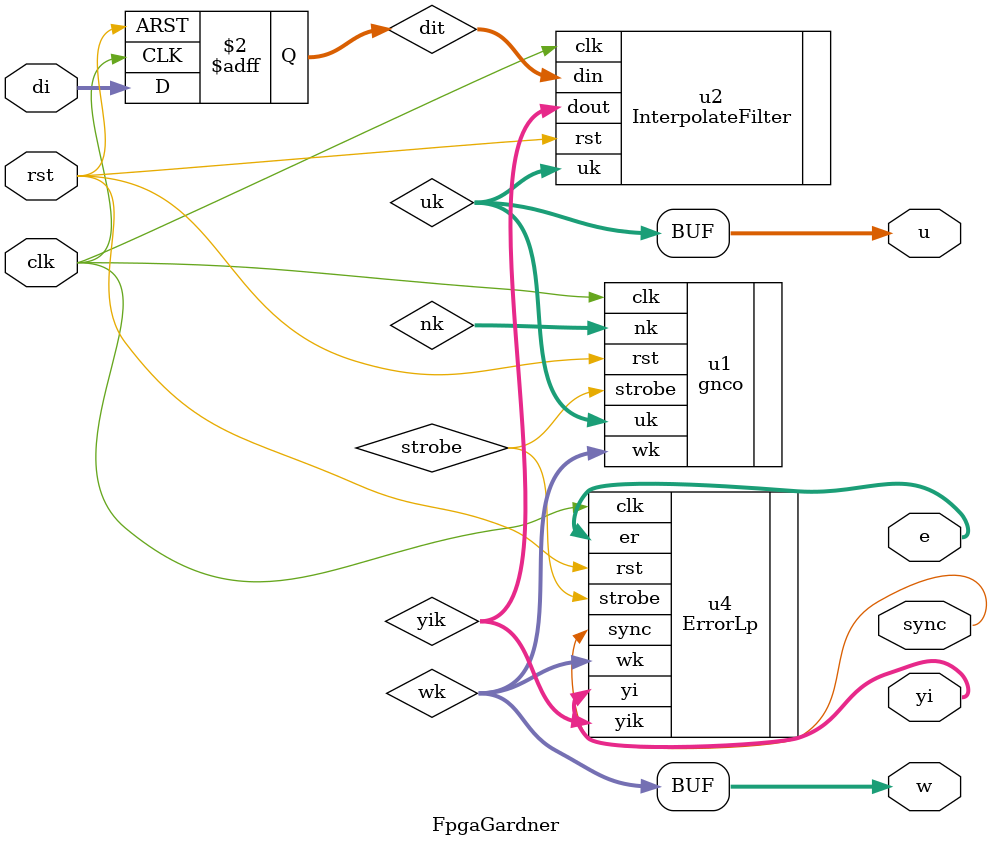
<source format=v>

module FpgaGardner (
	rst,clk,di,
	yi,sync,u,e,w); 
	
	input		rst;   //复位信号，高电平有效
	input		clk;   //时钟信号/数据输入速率/4倍符号速率/4 MHz
	input  signed [15:0]	di;     //基带I支路数据/4 MHz
	output signed [17:0]	yi;     //插值I支路数据/1 MHz
	output signed [15:0]	u;      //插值间隔输出
	output signed [15:0]	e;      //误差检测器输出	
	output signed [15:0]	w;      //经环路滤波器滤波后的定时误差w
	output sync;                 //位同步脉冲/1MHz

	
	//首先对输入数据通过寄存器输入  
(* ASYNC_REG = "TRUE" *) reg signed [15:0] dit;
	always @(posedge clk or posedge rst)
      if (rst)
		   begin
			   dit <= 16'd0;
			end
		else
	      begin
			   dit <= di;
		   end
		
	//实例化数控振荡器及插值间隔产生模块
	wire signed [15:0] wk,uk,nk;
	wire strobe;
	gnco u1  ( 
		.rst (rst),
		.clk (clk),
		.wk (wk),
		.strobe (strobe),
		.uk (uk),
		.nk (nk));

   //实例化插值滤波器模块
	wire signed [17:0] yik;
	InterpolateFilter u2  ( 
		.rst (rst),
		.clk (clk),
		.din (dit),
		.uk (uk),
		.dout (yik));
 
	//定时误差检测及环路滤波器模块
	ErrorLp u4  ( 
		.rst (rst),
		.clk (clk),
		.strobe (strobe),
		.yik (yik),
		.yi (yi),
		.sync (sync),
		.er (e),
		.wk (wk));
    	
   assign u = uk;
   assign w = wk;
	
endmodule

</source>
